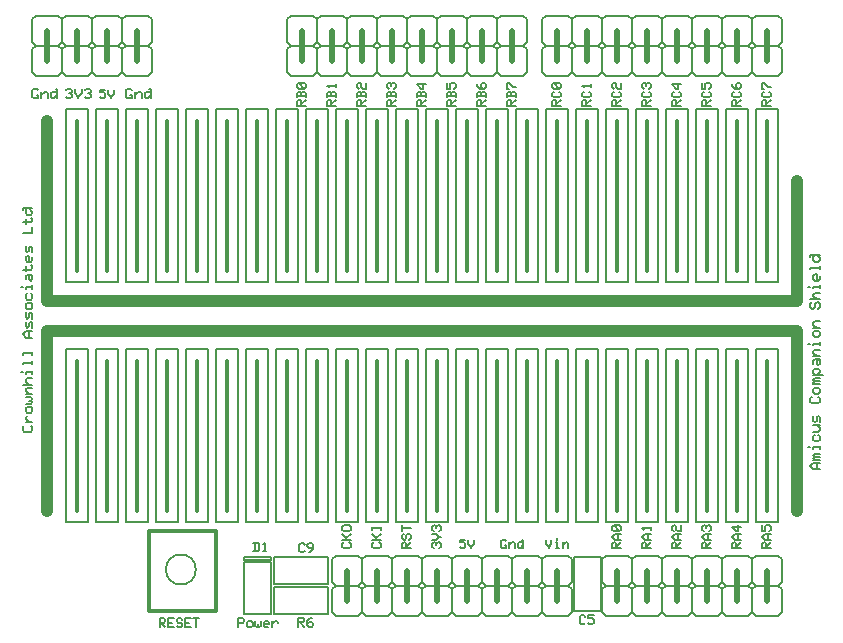
<source format=gbr>
G04 GERBER ASCII OUTPUT FROM: EDWINXP (VER. 1.61 REV. 20080915)*
G04 GERBER FORMAT: RX-274-X*
G04 BOARD: AMICUS - SOLDERBOARD*
G04 ARTWORK OF COMP.PRINT POSITIVE*
%ASAXBY*%
%FSLAX23Y23*%
%MIA0B0*%
%MOIN*%
%OFA0.0000B0.0000*%
%SFA1B1*%
%IJA0B0*%
%INLAYER0POS*%
%IOA0B0*%
%IPPOS*%
%IR0*%
G04 APERTURE MACROS*
%AMEDWDONUT*
1,1,$1,$2,$3*
1,0,$4,$2,$3*
%
%AMEDWFRECT*
20,1,$1,$2,$3,$4,$5,$6*
%
%AMEDWORECT*
20,1,$1,$2,$3,$4,$5,$10*
20,1,$1,$4,$5,$6,$7,$10*
20,1,$1,$6,$7,$8,$9,$10*
20,1,$1,$8,$9,$2,$3,$10*
1,1,$1,$2,$3*
1,1,$1,$4,$5*
1,1,$1,$6,$7*
1,1,$1,$8,$9*
%
%AMEDWLINER*
20,1,$1,$2,$3,$4,$5,$6*
1,1,$1,$2,$3*
1,1,$1,$4,$5*
%
%AMEDWFTRNG*
4,1,3,$1,$2,$3,$4,$5,$6,$7,$8,$9*
%
%AMEDWATRNG*
4,1,3,$1,$2,$3,$4,$5,$6,$7,$8,$9*
20,1,$11,$1,$2,$3,$4,$10*
20,1,$11,$3,$4,$5,$6,$10*
20,1,$11,$5,$6,$7,$8,$10*
1,1,$11,$3,$4*
1,1,$11,$5,$6*
1,1,$11,$7,$8*
%
%AMEDWOTRNG*
20,1,$1,$2,$3,$4,$5,$8*
20,1,$1,$4,$5,$6,$7,$8*
20,1,$1,$6,$7,$2,$3,$8*
1,1,$1,$2,$3*
1,1,$1,$4,$5*
1,1,$1,$6,$7*
%
G04*
G04 APERTURE LIST*
%ADD10R,0.0700X0.0650*%
%ADD11R,0.0940X0.0890*%
%ADD12R,0.0600X0.0550*%
%ADD13R,0.0840X0.0790*%
%ADD14R,0.0650X0.0700*%
%ADD15R,0.0890X0.0940*%
%ADD16R,0.0550X0.0600*%
%ADD17R,0.0790X0.0840*%
%ADD18R,0.0860X0.0860*%
%ADD19R,0.1100X0.1100*%
%ADD20R,0.0700X0.0700*%
%ADD21R,0.0940X0.0940*%
%ADD22C,0.00039*%
%ADD24C,0.0010*%
%ADD26C,0.00118*%
%ADD28C,0.0020*%
%ADD29R,0.0020X0.0020*%
%ADD30C,0.0030*%
%ADD31R,0.0030X0.0030*%
%ADD32C,0.0040*%
%ADD33R,0.0040X0.0040*%
%ADD34C,0.00472*%
%ADD36C,0.0050*%
%ADD37R,0.0050X0.0050*%
%ADD38C,0.00512*%
%ADD39R,0.00512X0.00512*%
%ADD40C,0.00551*%
%ADD41R,0.00551X0.00551*%
%ADD42C,0.00591*%
%ADD43R,0.00591X0.00591*%
%ADD44C,0.00659*%
%ADD45R,0.00659X0.00659*%
%ADD46C,0.00787*%
%ADD47R,0.00787X0.00787*%
%ADD48C,0.00799*%
%ADD50C,0.0080*%
%ADD52C,0.00984*%
%ADD53R,0.00984X0.00984*%
%ADD54C,0.0100*%
%ADD56C,0.0120*%
%ADD58C,0.0130*%
%ADD59R,0.0130X0.0130*%
%ADD60C,0.0150*%
%ADD61R,0.0150X0.0150*%
%ADD62C,0.01575*%
%ADD64C,0.0160*%
%ADD66C,0.01969*%
%ADD67R,0.01969X0.01969*%
%ADD68C,0.0200*%
%ADD69R,0.0200X0.0200*%
%ADD70C,0.0240*%
%ADD71R,0.0240X0.0240*%
%ADD72C,0.0250*%
%ADD73R,0.0250X0.0250*%
%ADD74C,0.0290*%
%ADD76C,0.02951*%
%ADD77R,0.02951X0.02951*%
%ADD78C,0.02991*%
%ADD79R,0.02991X0.02991*%
%ADD80C,0.0300*%
%ADD81R,0.0300X0.0300*%
%ADD82C,0.03059*%
%ADD83R,0.03059X0.03059*%
%ADD84C,0.03199*%
%ADD85R,0.03199X0.03199*%
%ADD86C,0.0320*%
%ADD87R,0.0320X0.0320*%
%ADD88C,0.0350*%
%ADD89R,0.0350X0.0350*%
%ADD90C,0.0360*%
%ADD92C,0.0370*%
%ADD93R,0.0370X0.0370*%
%ADD94C,0.0390*%
%ADD95R,0.0390X0.0390*%
%ADD96C,0.03937*%
%ADD97R,0.03937X0.03937*%
%ADD98C,0.03975*%
%ADD99R,0.03975X0.03975*%
%ADD100C,0.0400*%
%ADD101R,0.0400X0.0400*%
%ADD102C,0.04173*%
%ADD103R,0.04173X0.04173*%
%ADD104C,0.0440*%
%ADD105R,0.0440X0.0440*%
%ADD106C,0.0450*%
%ADD107R,0.0450X0.0450*%
%ADD108C,0.0470*%
%ADD109R,0.0470X0.0470*%
%ADD110C,0.04724*%
%ADD111R,0.04724X0.04724*%
%ADD112C,0.0490*%
%ADD113R,0.0490X0.0490*%
%ADD114C,0.0500*%
%ADD115R,0.0500X0.0500*%
%ADD116C,0.05118*%
%ADD117R,0.05118X0.05118*%
%ADD118C,0.0540*%
%ADD119R,0.0540X0.0540*%
%ADD120C,0.0560*%
%ADD121R,0.0560X0.0560*%
%ADD122C,0.0570*%
%ADD123R,0.0570X0.0570*%
%ADD124C,0.0590*%
%ADD125R,0.0590X0.0590*%
%ADD126C,0.05906*%
%ADD127R,0.05906X0.05906*%
%ADD128C,0.0600*%
%ADD129R,0.0600X0.0600*%
%ADD130C,0.0620*%
%ADD132C,0.06201*%
%ADD134C,0.06337*%
%ADD135R,0.06337X0.06337*%
%ADD136C,0.0640*%
%ADD137R,0.0640X0.0640*%
%ADD138C,0.0650*%
%ADD139R,0.0650X0.0650*%
%ADD140C,0.06693*%
%ADD141R,0.06693X0.06693*%
%ADD142C,0.0690*%
%ADD143R,0.0690X0.0690*%
%ADD144C,0.06906*%
%ADD145R,0.06906X0.06906*%
%ADD146C,0.0700*%
%ADD147R,0.0700X0.0700*%
%ADD148C,0.0710*%
%ADD149R,0.0710X0.0710*%
%ADD150C,0.07124*%
%ADD151R,0.07124X0.07124*%
%ADD152C,0.0740*%
%ADD153R,0.0740X0.0740*%
%ADD154C,0.0750*%
%ADD155R,0.0750X0.0750*%
%ADD156C,0.07598*%
%ADD158C,0.0760*%
%ADD160C,0.07874*%
%ADD162C,0.0800*%
%ADD163R,0.0800X0.0800*%
%ADD164C,0.0810*%
%ADD165R,0.0810X0.0810*%
%ADD166C,0.08306*%
%ADD167R,0.08306X0.08306*%
%ADD168C,0.0840*%
%ADD169R,0.0840X0.0840*%
%ADD170C,0.08598*%
%ADD172C,0.0860*%
%ADD173R,0.0860X0.0860*%
%ADD174C,0.08601*%
%ADD176C,0.0870*%
%ADD177R,0.0870X0.0870*%
%ADD178C,0.0890*%
%ADD179R,0.0890X0.0890*%
%ADD180C,0.0900*%
%ADD181R,0.0900X0.0900*%
%ADD182C,0.09093*%
%ADD183R,0.09093X0.09093*%
%ADD184C,0.0940*%
%ADD185R,0.0940X0.0940*%
%ADD186C,0.0970*%
%ADD187R,0.0970X0.0970*%
%ADD188C,0.09843*%
%ADD189R,0.09843X0.09843*%
%ADD190C,0.0990*%
%ADD191R,0.0990X0.0990*%
%ADD192C,0.09998*%
%ADD194C,0.1000*%
%ADD195R,0.1000X0.1000*%
%ADD196C,0.10274*%
%ADD198C,0.1040*%
%ADD199R,0.1040X0.1040*%
%ADD200C,0.10998*%
%ADD202C,0.1100*%
%ADD203R,0.1100X0.1100*%
%ADD204C,0.1110*%
%ADD205R,0.1110X0.1110*%
%ADD206C,0.1120*%
%ADD207R,0.1120X0.1120*%
%ADD208C,0.1140*%
%ADD209R,0.1140X0.1140*%
%ADD210C,0.1150*%
%ADD211R,0.1150X0.1150*%
%ADD212C,0.1200*%
%ADD213R,0.1200X0.1200*%
%ADD214C,0.1210*%
%ADD215R,0.1210X0.1210*%
%ADD216C,0.1240*%
%ADD217R,0.1240X0.1240*%
%ADD218C,0.1250*%
%ADD219R,0.1250X0.1250*%
%ADD220C,0.12992*%
%ADD221R,0.12992X0.12992*%
%ADD222C,0.1300*%
%ADD223R,0.1300X0.1300*%
%ADD224C,0.1340*%
%ADD225R,0.1340X0.1340*%
%ADD226C,0.1390*%
%ADD227R,0.1390X0.1390*%
%ADD228C,0.1420*%
%ADD229R,0.1420X0.1420*%
%ADD230C,0.1440*%
%ADD231R,0.1440X0.1440*%
%ADD232C,0.1490*%
%ADD233R,0.1490X0.1490*%
%ADD234C,0.1520*%
%ADD235R,0.1520X0.1520*%
%ADD236C,0.15374*%
%ADD237R,0.15374X0.15374*%
%ADD238C,0.1540*%
%ADD239R,0.1540X0.1540*%
%ADD240C,0.1660*%
%ADD241R,0.1660X0.1660*%
%ADD242C,0.17323*%
%ADD244C,0.1760*%
%ADD245R,0.1760X0.1760*%
%ADD246C,0.17774*%
%ADD247R,0.17774X0.17774*%
%ADD248C,0.18504*%
%ADD250C,0.18898*%
%ADD252C,0.20904*%
%ADD254C,0.2126*%
%ADD256C,0.21298*%
%ADD258C,0.22835*%
%ADD261R,0.23622X0.23622*%
%ADD263R,0.24937X0.24937*%
%ADD265R,0.26022X0.26022*%
%ADD267R,0.27337X0.27337*%
%ADD269R,0.31496X0.31496*%
%ADD271R,0.32811X0.32811*%
%ADD273R,0.33896X0.33896*%
%ADD275R,0.35211X0.35211*%
%ADD276C,0.45211*%
%ADD277R,0.45211X0.45211*%
%ADD278C,0.55211*%
%ADD279R,0.55211X0.55211*%
%ADD280C,0.65211*%
%ADD281R,0.65211X0.65211*%
%ADD282C,0.75211*%
%ADD283R,0.75211X0.75211*%
%ADD284C,0.85211*%
%ADD285R,0.85211X0.85211*%
%ADD286C,0.95211*%
%ADD287R,0.95211X0.95211*%
%ADD288C,1.05211*%
%ADD289R,1.05211X1.05211*%
%ADD290C,1.15211*%
%ADD291R,1.15211X1.15211*%
%ADD292C,1.25211*%
%ADD293R,1.25211X1.25211*%
%ADD294C,1.35211*%
%ADD295R,1.35211X1.35211*%
%ADD296C,1.45211*%
%ADD297R,1.45211X1.45211*%
%ADD298C,1.55211*%
%ADD299R,1.55211X1.55211*%
%ADD300C,1.65211*%
%ADD301R,1.65211X1.65211*%
%ADD302C,1.75211*%
%ADD303R,1.75211X1.75211*%
%ADD304C,1.85211*%
%ADD305R,1.85211X1.85211*%
%ADD306C,1.95211*%
%ADD307R,1.95211X1.95211*%
G04*
D36* 
X1250Y163D02*
X1250Y238D01*
X1263Y250D02*
X1338Y250D01*
X1350Y238D02*
X1350Y163D01*
X1263Y150D02*
X1338Y150D01*
X1350Y163D01*
X1350Y238D02*
X1338Y250D01*
X1263Y250D02*
X1250Y238D01*
X1250Y163D02*
X1263Y150D01*
X1450Y238D02*
X1450Y163D01*
X1550Y238D02*
X1550Y163D01*
X1650Y238D02*
X1650Y163D01*
X1750Y238D02*
X1750Y163D01*
X1850Y238D02*
X1850Y163D01*
X1363Y250D02*
X1438Y250D01*
X1463Y250D02*
X1538Y250D01*
X1463Y150D02*
X1538Y150D01*
X1363Y150D02*
X1438Y150D01*
X1563Y150D02*
X1638Y150D01*
X1563Y250D02*
X1638Y250D01*
X1663Y250D02*
X1738Y250D01*
X1663Y150D02*
X1738Y150D01*
X1763Y150D02*
X1838Y150D01*
X1763Y250D02*
X1838Y250D01*
X1363Y250D02*
X1350Y238D01*
X1463Y250D02*
X1450Y238D01*
X1563Y250D02*
X1550Y238D01*
X1663Y250D02*
X1650Y238D01*
X1550Y163D02*
X1538Y150D01*
X1450Y163D02*
X1438Y150D01*
X1650Y163D02*
X1638Y150D01*
X1750Y163D02*
X1738Y150D01*
X1763Y250D02*
X1750Y238D01*
X1850Y163D02*
X1838Y150D01*
X1838Y250D02*
X1850Y238D01*
X1750Y163D02*
X1763Y150D01*
X1738Y250D02*
X1750Y238D01*
X1650Y163D02*
X1663Y150D01*
X1638Y250D02*
X1650Y238D01*
X1538Y250D02*
X1550Y238D01*
X1550Y163D02*
X1563Y150D01*
X1450Y163D02*
X1463Y150D01*
X1438Y250D02*
X1450Y238D01*
X1350Y163D02*
X1363Y150D01*
X1750Y1863D02*
X1750Y1938D01*
X1763Y1950D02*
X1838Y1950D01*
X1850Y1938D02*
X1850Y1863D01*
X1763Y1850D02*
X1838Y1850D01*
X1850Y1863D01*
X1850Y1938D02*
X1838Y1950D01*
X1763Y1950D02*
X1750Y1938D01*
X1750Y1863D02*
X1763Y1850D01*
X1950Y1938D02*
X1950Y1863D01*
X2050Y1938D02*
X2050Y1863D01*
X2150Y1938D02*
X2150Y1863D01*
X2250Y1938D02*
X2250Y1863D01*
X2350Y1938D02*
X2350Y1863D01*
X2450Y1938D02*
X2450Y1863D01*
X2550Y1938D02*
X2550Y1863D01*
X1863Y1950D02*
X1938Y1950D01*
X1963Y1950D02*
X2038Y1950D01*
X1963Y1850D02*
X2038Y1850D01*
X1863Y1850D02*
X1938Y1850D01*
X2063Y1850D02*
X2138Y1850D01*
X2063Y1950D02*
X2138Y1950D01*
X2163Y1950D02*
X2238Y1950D01*
X2163Y1850D02*
X2238Y1850D01*
X2263Y1850D02*
X2338Y1850D01*
X2263Y1950D02*
X2338Y1950D01*
X2363Y1950D02*
X2438Y1950D01*
X2363Y1850D02*
X2438Y1850D01*
X2463Y1850D02*
X2538Y1850D01*
X2463Y1950D02*
X2538Y1950D01*
X1863Y1950D02*
X1850Y1938D01*
X1963Y1950D02*
X1950Y1938D01*
X2063Y1950D02*
X2050Y1938D01*
X2163Y1950D02*
X2150Y1938D01*
X2050Y1863D02*
X2038Y1850D01*
X1950Y1863D02*
X1938Y1850D01*
X2150Y1863D02*
X2138Y1850D01*
X2250Y1863D02*
X2238Y1850D01*
X2263Y1950D02*
X2250Y1938D01*
X2350Y1863D02*
X2338Y1850D01*
X2363Y1950D02*
X2350Y1938D01*
X2463Y1950D02*
X2450Y1938D01*
X2550Y1863D02*
X2538Y1850D01*
X2450Y1863D02*
X2438Y1850D01*
X2438Y1950D02*
X2450Y1938D01*
X2450Y1863D02*
X2463Y1850D01*
X2538Y1950D02*
X2550Y1938D01*
X2338Y1950D02*
X2350Y1938D01*
X2350Y1863D02*
X2363Y1850D01*
X2250Y1863D02*
X2263Y1850D01*
X2238Y1950D02*
X2250Y1938D01*
X2150Y1863D02*
X2163Y1850D01*
X2138Y1950D02*
X2150Y1938D01*
X2038Y1950D02*
X2050Y1938D01*
X2050Y1863D02*
X2063Y1850D01*
X1950Y1863D02*
X1963Y1850D01*
X1938Y1950D02*
X1950Y1938D01*
X1850Y1863D02*
X1863Y1850D01*
X900Y1863D02*
X900Y1938D01*
X913Y1950D02*
X988Y1950D01*
X1000Y1938D02*
X1000Y1863D01*
X913Y1850D02*
X988Y1850D01*
X1000Y1863D01*
X1000Y1938D02*
X988Y1950D01*
X913Y1950D02*
X900Y1938D01*
X900Y1863D02*
X913Y1850D01*
X1100Y1938D02*
X1100Y1863D01*
X1200Y1938D02*
X1200Y1863D01*
X1300Y1938D02*
X1300Y1863D01*
X1400Y1938D02*
X1400Y1863D01*
X1500Y1938D02*
X1500Y1863D01*
X1600Y1938D02*
X1600Y1863D01*
X1700Y1938D02*
X1700Y1863D01*
X1013Y1950D02*
X1088Y1950D01*
X1113Y1950D02*
X1188Y1950D01*
X1113Y1850D02*
X1188Y1850D01*
X1013Y1850D02*
X1088Y1850D01*
X1213Y1850D02*
X1288Y1850D01*
X1213Y1950D02*
X1288Y1950D01*
X1313Y1950D02*
X1388Y1950D01*
X1313Y1850D02*
X1388Y1850D01*
X1413Y1850D02*
X1488Y1850D01*
X1413Y1950D02*
X1488Y1950D01*
X1513Y1950D02*
X1588Y1950D01*
X1513Y1850D02*
X1588Y1850D01*
X1613Y1850D02*
X1688Y1850D01*
X1613Y1950D02*
X1688Y1950D01*
X1013Y1950D02*
X1000Y1938D01*
X1113Y1950D02*
X1100Y1938D01*
X1213Y1950D02*
X1200Y1938D01*
X1313Y1950D02*
X1300Y1938D01*
X1200Y1863D02*
X1188Y1850D01*
X1100Y1863D02*
X1088Y1850D01*
X1300Y1863D02*
X1288Y1850D01*
X1400Y1863D02*
X1388Y1850D01*
X1413Y1950D02*
X1400Y1938D01*
X1500Y1863D02*
X1488Y1850D01*
X1513Y1950D02*
X1500Y1938D01*
X1613Y1950D02*
X1600Y1938D01*
X1700Y1863D02*
X1688Y1850D01*
X1600Y1863D02*
X1588Y1850D01*
X1588Y1950D02*
X1600Y1938D01*
X1600Y1863D02*
X1613Y1850D01*
X1688Y1950D02*
X1700Y1938D01*
X1488Y1950D02*
X1500Y1938D01*
X1500Y1863D02*
X1513Y1850D01*
X1400Y1863D02*
X1413Y1850D01*
X1388Y1950D02*
X1400Y1938D01*
X1300Y1863D02*
X1313Y1850D01*
X1288Y1950D02*
X1300Y1938D01*
X1188Y1950D02*
X1200Y1938D01*
X1200Y1863D02*
X1213Y1850D01*
X1100Y1863D02*
X1113Y1850D01*
X1088Y1950D02*
X1100Y1938D01*
X1000Y1863D02*
X1013Y1850D01*
X1950Y163D02*
X1950Y238D01*
X1963Y250D02*
X2038Y250D01*
X2050Y238D02*
X2050Y163D01*
X1963Y150D02*
X2038Y150D01*
X2050Y163D01*
X2050Y238D02*
X2038Y250D01*
X1963Y250D02*
X1950Y238D01*
X1950Y163D02*
X1963Y150D01*
X2150Y238D02*
X2150Y163D01*
X2250Y238D02*
X2250Y163D01*
X2350Y238D02*
X2350Y163D01*
X2450Y238D02*
X2450Y163D01*
X2550Y238D02*
X2550Y163D01*
X2063Y250D02*
X2138Y250D01*
X2163Y250D02*
X2238Y250D01*
X2163Y150D02*
X2238Y150D01*
X2063Y150D02*
X2138Y150D01*
X2263Y150D02*
X2338Y150D01*
X2263Y250D02*
X2338Y250D01*
X2363Y250D02*
X2438Y250D01*
X2363Y150D02*
X2438Y150D01*
X2463Y150D02*
X2538Y150D01*
X2463Y250D02*
X2538Y250D01*
X2063Y250D02*
X2050Y238D01*
X2163Y250D02*
X2150Y238D01*
X2263Y250D02*
X2250Y238D01*
X2363Y250D02*
X2350Y238D01*
X2250Y163D02*
X2238Y150D01*
X2150Y163D02*
X2138Y150D01*
X2350Y163D02*
X2338Y150D01*
X2450Y163D02*
X2438Y150D01*
X2463Y250D02*
X2450Y238D01*
X2550Y163D02*
X2538Y150D01*
X2538Y250D02*
X2550Y238D01*
X2450Y163D02*
X2463Y150D01*
X2438Y250D02*
X2450Y238D01*
X2350Y163D02*
X2363Y150D01*
X2338Y250D02*
X2350Y238D01*
X2238Y250D02*
X2250Y238D01*
X2250Y163D02*
X2263Y150D01*
X2150Y163D02*
X2163Y150D01*
X2138Y250D02*
X2150Y238D01*
X2050Y163D02*
X2063Y150D01*
X1950Y63D02*
X1950Y138D01*
X1963Y150D02*
X2038Y150D01*
X2050Y138D02*
X2050Y63D01*
X1963Y50D02*
X2038Y50D01*
X2050Y63D01*
X2050Y138D02*
X2038Y150D01*
X1963Y150D02*
X1950Y138D01*
X1950Y63D02*
X1963Y50D01*
X2150Y138D02*
X2150Y63D01*
X2250Y138D02*
X2250Y63D01*
X2350Y138D02*
X2350Y63D01*
X2450Y138D02*
X2450Y63D01*
X2550Y138D02*
X2550Y63D01*
X2063Y150D02*
X2138Y150D01*
X2163Y150D02*
X2238Y150D01*
X2163Y50D02*
X2238Y50D01*
X2063Y50D02*
X2138Y50D01*
X2263Y50D02*
X2338Y50D01*
X2263Y150D02*
X2338Y150D01*
X2363Y150D02*
X2438Y150D01*
X2363Y50D02*
X2438Y50D01*
X2463Y50D02*
X2538Y50D01*
X2463Y150D02*
X2538Y150D01*
X2063Y150D02*
X2050Y138D01*
X2163Y150D02*
X2150Y138D01*
X2263Y150D02*
X2250Y138D01*
X2363Y150D02*
X2350Y138D01*
X2250Y63D02*
X2238Y50D01*
X2150Y63D02*
X2138Y50D01*
X2350Y63D02*
X2338Y50D01*
X2450Y63D02*
X2438Y50D01*
X2463Y150D02*
X2450Y138D01*
X2550Y63D02*
X2538Y50D01*
X2538Y150D02*
X2550Y138D01*
X2450Y63D02*
X2463Y50D01*
X2438Y150D02*
X2450Y138D01*
X2350Y63D02*
X2363Y50D01*
X2338Y150D02*
X2350Y138D01*
X2238Y150D02*
X2250Y138D01*
X2250Y63D02*
X2263Y50D01*
X2150Y63D02*
X2163Y50D01*
X2138Y150D02*
X2150Y138D01*
X2050Y63D02*
X2063Y50D01*
X900Y1963D02*
X900Y2038D01*
X913Y2050D02*
X988Y2050D01*
X1000Y2038D02*
X1000Y1963D01*
X913Y1950D02*
X988Y1950D01*
X1000Y1963D01*
X1000Y2038D02*
X988Y2050D01*
X913Y2050D02*
X900Y2038D01*
X900Y1963D02*
X913Y1950D01*
X1100Y2038D02*
X1100Y1963D01*
X1200Y2038D02*
X1200Y1963D01*
X1300Y2038D02*
X1300Y1963D01*
X1400Y2038D02*
X1400Y1963D01*
X1500Y2038D02*
X1500Y1963D01*
X1600Y2038D02*
X1600Y1963D01*
X1700Y2038D02*
X1700Y1963D01*
X1013Y2050D02*
X1088Y2050D01*
X1113Y2050D02*
X1188Y2050D01*
X1113Y1950D02*
X1188Y1950D01*
X1013Y1950D02*
X1088Y1950D01*
X1213Y1950D02*
X1288Y1950D01*
X1213Y2050D02*
X1288Y2050D01*
X1313Y2050D02*
X1388Y2050D01*
X1313Y1950D02*
X1388Y1950D01*
X1413Y1950D02*
X1488Y1950D01*
X1413Y2050D02*
X1488Y2050D01*
X1513Y2050D02*
X1588Y2050D01*
X1513Y1950D02*
X1588Y1950D01*
X1613Y1950D02*
X1688Y1950D01*
X1613Y2050D02*
X1688Y2050D01*
X1013Y2050D02*
X1000Y2038D01*
X1113Y2050D02*
X1100Y2038D01*
X1213Y2050D02*
X1200Y2038D01*
X1313Y2050D02*
X1300Y2038D01*
X1200Y1963D02*
X1188Y1950D01*
X1100Y1963D02*
X1088Y1950D01*
X1300Y1963D02*
X1288Y1950D01*
X1400Y1963D02*
X1388Y1950D01*
X1413Y2050D02*
X1400Y2038D01*
X1500Y1963D02*
X1488Y1950D01*
X1513Y2050D02*
X1500Y2038D01*
X1613Y2050D02*
X1600Y2038D01*
X1700Y1963D02*
X1688Y1950D01*
X1600Y1963D02*
X1588Y1950D01*
X1588Y2050D02*
X1600Y2038D01*
X1600Y1963D02*
X1613Y1950D01*
X1688Y2050D02*
X1700Y2038D01*
X1488Y2050D02*
X1500Y2038D01*
X1500Y1963D02*
X1513Y1950D01*
X1400Y1963D02*
X1413Y1950D01*
X1388Y2050D02*
X1400Y2038D01*
X1300Y1963D02*
X1313Y1950D01*
X1288Y2050D02*
X1300Y2038D01*
X1188Y2050D02*
X1200Y2038D01*
X1200Y1963D02*
X1213Y1950D01*
X1100Y1963D02*
X1113Y1950D01*
X1088Y2050D02*
X1100Y2038D01*
X1000Y1963D02*
X1013Y1950D01*
X1250Y63D02*
X1250Y138D01*
X1263Y150D02*
X1338Y150D01*
X1350Y138D02*
X1350Y63D01*
X1263Y50D02*
X1338Y50D01*
X1350Y63D01*
X1350Y138D02*
X1338Y150D01*
X1263Y150D02*
X1250Y138D01*
X1250Y63D02*
X1263Y50D01*
X1450Y138D02*
X1450Y63D01*
X1550Y138D02*
X1550Y63D01*
X1650Y138D02*
X1650Y63D01*
X1750Y138D02*
X1750Y63D01*
X1850Y138D02*
X1850Y63D01*
X1363Y150D02*
X1438Y150D01*
X1463Y150D02*
X1538Y150D01*
X1463Y50D02*
X1538Y50D01*
X1363Y50D02*
X1438Y50D01*
X1563Y50D02*
X1638Y50D01*
X1563Y150D02*
X1638Y150D01*
X1663Y150D02*
X1738Y150D01*
X1663Y50D02*
X1738Y50D01*
X1763Y50D02*
X1838Y50D01*
X1763Y150D02*
X1838Y150D01*
X1363Y150D02*
X1350Y138D01*
X1463Y150D02*
X1450Y138D01*
X1563Y150D02*
X1550Y138D01*
X1663Y150D02*
X1650Y138D01*
X1550Y63D02*
X1538Y50D01*
X1450Y63D02*
X1438Y50D01*
X1650Y63D02*
X1638Y50D01*
X1750Y63D02*
X1738Y50D01*
X1763Y150D02*
X1750Y138D01*
X1850Y63D02*
X1838Y50D01*
X1838Y150D02*
X1850Y138D01*
X1750Y63D02*
X1763Y50D01*
X1738Y150D02*
X1750Y138D01*
X1650Y63D02*
X1663Y50D01*
X1638Y150D02*
X1650Y138D01*
X1538Y150D02*
X1550Y138D01*
X1550Y63D02*
X1563Y50D01*
X1450Y63D02*
X1463Y50D01*
X1438Y150D02*
X1450Y138D01*
X1350Y63D02*
X1363Y50D01*
X1750Y1963D02*
X1750Y2038D01*
X1763Y2050D02*
X1838Y2050D01*
X1850Y2038D02*
X1850Y1963D01*
X1763Y1950D02*
X1838Y1950D01*
X1850Y1963D01*
X1850Y2038D02*
X1838Y2050D01*
X1763Y2050D02*
X1750Y2038D01*
X1750Y1963D02*
X1763Y1950D01*
X1950Y2038D02*
X1950Y1963D01*
X2050Y2038D02*
X2050Y1963D01*
X2150Y2038D02*
X2150Y1963D01*
X2250Y2038D02*
X2250Y1963D01*
X2350Y2038D02*
X2350Y1963D01*
X2450Y2038D02*
X2450Y1963D01*
X2550Y2038D02*
X2550Y1963D01*
X1863Y2050D02*
X1938Y2050D01*
X1963Y2050D02*
X2038Y2050D01*
X1963Y1950D02*
X2038Y1950D01*
X1863Y1950D02*
X1938Y1950D01*
X2063Y1950D02*
X2138Y1950D01*
X2063Y2050D02*
X2138Y2050D01*
X2163Y2050D02*
X2238Y2050D01*
X2163Y1950D02*
X2238Y1950D01*
X2263Y1950D02*
X2338Y1950D01*
X2263Y2050D02*
X2338Y2050D01*
X2363Y2050D02*
X2438Y2050D01*
X2363Y1950D02*
X2438Y1950D01*
X2463Y1950D02*
X2538Y1950D01*
X2463Y2050D02*
X2538Y2050D01*
X1863Y2050D02*
X1850Y2038D01*
X1963Y2050D02*
X1950Y2038D01*
X2063Y2050D02*
X2050Y2038D01*
X2163Y2050D02*
X2150Y2038D01*
X2050Y1963D02*
X2038Y1950D01*
X1950Y1963D02*
X1938Y1950D01*
X2150Y1963D02*
X2138Y1950D01*
X2250Y1963D02*
X2238Y1950D01*
X2263Y2050D02*
X2250Y2038D01*
X2350Y1963D02*
X2338Y1950D01*
X2363Y2050D02*
X2350Y2038D01*
X2463Y2050D02*
X2450Y2038D01*
X2550Y1963D02*
X2538Y1950D01*
X2450Y1963D02*
X2438Y1950D01*
X2438Y2050D02*
X2450Y2038D01*
X2450Y1963D02*
X2463Y1950D01*
X2538Y2050D02*
X2550Y2038D01*
X2338Y2050D02*
X2350Y2038D01*
X2350Y1963D02*
X2363Y1950D01*
X2250Y1963D02*
X2263Y1950D01*
X2238Y2050D02*
X2250Y2038D01*
X2150Y1963D02*
X2163Y1950D01*
X2138Y2050D02*
X2150Y2038D01*
X2038Y2050D02*
X2050Y2038D01*
X2050Y1963D02*
X2063Y1950D01*
X1950Y1963D02*
X1963Y1950D01*
X1938Y2050D02*
X1950Y2038D01*
X1850Y1963D02*
X1863Y1950D01*
D50* 
X855Y55D02*
X855Y145D01*
X1035Y145D01*
X1035Y55D01*
X855Y55D01*
D36* 
X938Y13D02*
X938Y43D01*
X953Y43D01*
X958Y38D01*
X958Y33D01*
X953Y28D01*
X938Y28D01*
X943Y28D02*
X958Y13D01*
X968Y23D02*
X973Y28D01*
X983Y28D01*
X988Y23D01*
X988Y18D01*
X983Y13D01*
X973Y13D01*
X968Y18D01*
X968Y33D01*
X978Y43D01*
X983Y43D01*
D50* 
X755Y55D02*
X845Y55D01*
X845Y230D01*
X755Y230D01*
X755Y55D01*
D48* 
X846Y234D02*
X755Y234D01*
X755Y247D01*
X846Y247D01*
X846Y234D01*
D36* 
X788Y265D02*
X802Y265D01*
X806Y270D01*
X806Y289D01*
X802Y293D01*
X788Y293D01*
X792Y293D02*
X792Y265D01*
X821Y265D02*
X830Y265D01*
X825Y265D02*
X825Y293D01*
X821Y289D01*
D58* 
X662Y331D02*
X662Y67D01*
X441Y67D01*
X441Y331D01*
X662Y331D01*
D36* 
G75*
G01X596Y204D02*
G03X596Y204I-50J0D01*
G01*
D50* 
X1035Y245D02*
X1035Y155D01*
X855Y155D01*
X855Y245D01*
X1035Y245D01*
D36* 
X959Y267D02*
X954Y263D01*
X945Y263D01*
X940Y267D01*
X940Y286D01*
X945Y291D01*
X954Y291D01*
X959Y286D01*
X973Y263D02*
X978Y263D01*
X987Y272D01*
X987Y286D01*
X983Y291D01*
X973Y291D01*
X968Y286D01*
X968Y281D01*
X973Y277D01*
X983Y277D01*
X987Y281D01*
D50* 
X1945Y65D02*
X1855Y65D01*
X1855Y245D01*
X1945Y245D01*
X1945Y65D01*
D36* 
X1894Y27D02*
X1889Y23D01*
X1880Y23D01*
X1875Y27D01*
X1875Y46D01*
X1880Y51D01*
X1889Y51D01*
X1894Y46D01*
X1903Y27D02*
X1908Y23D01*
X1918Y23D01*
X1922Y27D01*
X1922Y37D01*
X1918Y41D01*
X1903Y41D01*
X1903Y51D01*
X1922Y51D01*
X50Y1963D02*
X50Y2038D01*
X63Y2050D02*
X138Y2050D01*
X150Y2038D02*
X150Y1963D01*
X63Y1950D02*
X138Y1950D01*
X150Y1963D01*
X150Y2038D02*
X138Y2050D01*
X63Y2050D02*
X50Y2038D01*
X50Y1963D02*
X63Y1950D01*
X250Y2038D02*
X250Y1963D01*
X350Y2038D02*
X350Y1963D01*
X450Y2038D02*
X450Y1963D01*
X163Y2050D02*
X238Y2050D01*
X263Y2050D02*
X338Y2050D01*
X263Y1950D02*
X338Y1950D01*
X163Y1950D02*
X238Y1950D01*
X363Y1950D02*
X438Y1950D01*
X363Y2050D02*
X438Y2050D01*
X163Y2050D02*
X150Y2038D01*
X263Y2050D02*
X250Y2038D01*
X363Y2050D02*
X350Y2038D01*
X350Y1963D02*
X338Y1950D01*
X250Y1963D02*
X238Y1950D01*
X450Y1963D02*
X438Y1950D01*
X438Y2050D02*
X450Y2038D01*
X338Y2050D02*
X350Y2038D01*
X350Y1963D02*
X363Y1950D01*
X250Y1963D02*
X263Y1950D01*
X238Y2050D02*
X250Y2038D01*
X150Y1963D02*
X163Y1950D01*
X1050Y138D02*
X1050Y63D01*
X1150Y63D02*
X1150Y138D01*
X1250Y63D02*
X1250Y138D01*
X1238Y50D02*
X1163Y50D01*
X1238Y150D02*
X1163Y150D01*
X1138Y150D02*
X1063Y150D01*
X1138Y50D02*
X1063Y50D01*
X1050Y63D01*
X1163Y50D02*
X1150Y63D01*
X1150Y138D02*
X1138Y150D01*
X1250Y138D02*
X1238Y150D01*
X1250Y63D02*
X1238Y50D01*
X1150Y63D02*
X1138Y50D01*
X1163Y150D02*
X1150Y138D01*
X1063Y150D02*
X1050Y138D01*
X1050Y238D02*
X1050Y163D01*
X1150Y163D02*
X1150Y238D01*
X1250Y163D02*
X1250Y238D01*
X1238Y150D02*
X1163Y150D01*
X1238Y250D02*
X1163Y250D01*
X1138Y250D02*
X1063Y250D01*
X1138Y150D02*
X1063Y150D01*
X1050Y163D01*
X1163Y150D02*
X1150Y163D01*
X1150Y238D02*
X1138Y250D01*
X1250Y238D02*
X1238Y250D01*
X1250Y163D02*
X1238Y150D01*
X1150Y163D02*
X1138Y150D01*
X1163Y250D02*
X1150Y238D01*
X1063Y250D02*
X1050Y238D01*
X50Y1863D02*
X50Y1938D01*
X63Y1950D02*
X138Y1950D01*
X150Y1938D02*
X150Y1863D01*
X63Y1850D02*
X138Y1850D01*
X150Y1863D01*
X150Y1938D02*
X138Y1950D01*
X63Y1950D02*
X50Y1938D01*
X50Y1863D02*
X63Y1850D01*
X250Y1938D02*
X250Y1863D01*
X350Y1938D02*
X350Y1863D01*
X450Y1938D02*
X450Y1863D01*
X163Y1950D02*
X238Y1950D01*
X263Y1950D02*
X338Y1950D01*
X263Y1850D02*
X338Y1850D01*
X163Y1850D02*
X238Y1850D01*
X363Y1850D02*
X438Y1850D01*
X363Y1950D02*
X438Y1950D01*
X163Y1950D02*
X150Y1938D01*
X263Y1950D02*
X250Y1938D01*
X363Y1950D02*
X350Y1938D01*
X350Y1863D02*
X338Y1850D01*
X250Y1863D02*
X238Y1850D01*
X450Y1863D02*
X438Y1850D01*
X438Y1950D02*
X450Y1938D01*
X338Y1950D02*
X350Y1938D01*
X350Y1863D02*
X363Y1850D01*
X250Y1863D02*
X263Y1850D01*
X238Y1950D02*
X250Y1938D01*
X150Y1863D02*
X163Y1850D01*
D100*
X100Y1000D02*
X2600Y1000D01*
D58* 
X1100Y900D02*
X1100Y400D01*
X1200Y900D02*
X1200Y400D01*
X1300Y900D02*
X1300Y400D01*
X1400Y900D02*
X1400Y400D01*
X1500Y900D02*
X1500Y400D01*
X1600Y900D02*
X1600Y400D01*
X1700Y900D02*
X1700Y400D01*
X1800Y900D02*
X1800Y400D01*
X1900Y900D02*
X1900Y400D01*
X2000Y900D02*
X2000Y400D01*
X2100Y900D02*
X2100Y400D01*
X2200Y900D02*
X2200Y400D01*
X1000Y900D02*
X1000Y400D01*
D100*
X100Y1100D02*
X2600Y1100D01*
D58* 
X600Y900D02*
X600Y400D01*
X700Y900D02*
X700Y400D01*
X800Y900D02*
X800Y400D01*
X500Y900D02*
X500Y400D01*
D100*
X100Y1100D02*
X100Y1700D01*
X100Y1000D02*
X100Y400D01*
D58* 
X900Y900D02*
X900Y400D01*
X400Y900D02*
X400Y400D01*
D36* 
X263Y1738D02*
X263Y1163D01*
X338Y1163D01*
X338Y1738D01*
X263Y1738D01*
X363Y1738D02*
X363Y1163D01*
X438Y1163D01*
X438Y1738D01*
X363Y1738D01*
X463Y1738D02*
X463Y1163D01*
X538Y1163D01*
X538Y1738D01*
X463Y1738D01*
X563Y1738D02*
X563Y1163D01*
X638Y1163D01*
X638Y1738D01*
X563Y1738D01*
X663Y1738D02*
X663Y1163D01*
X738Y1163D01*
X738Y1738D01*
X663Y1738D01*
X763Y1738D02*
X763Y1163D01*
X838Y1163D01*
X838Y1738D01*
X763Y1738D01*
X863Y1738D02*
X863Y1163D01*
X938Y1163D01*
X938Y1738D01*
X863Y1738D01*
X963Y1738D02*
X963Y1163D01*
X1038Y1163D01*
X1038Y1738D01*
X963Y1738D01*
X1063Y1738D02*
X1063Y1163D01*
X1138Y1163D01*
X1138Y1738D01*
X1063Y1738D01*
X1163Y1738D02*
X1163Y1163D01*
X1238Y1163D01*
X1238Y1738D01*
X1163Y1738D01*
X1263Y1738D02*
X1263Y1163D01*
X1338Y1163D01*
X1338Y1738D01*
X1263Y1738D01*
X1363Y1738D02*
X1363Y1163D01*
X1438Y1163D01*
X1438Y1738D01*
X1363Y1738D01*
X1463Y1738D02*
X1463Y1163D01*
X1538Y1163D01*
X1538Y1738D01*
X1463Y1738D01*
X1563Y1738D02*
X1563Y1163D01*
X1638Y1163D01*
X1638Y1738D01*
X1563Y1738D01*
X1663Y1738D02*
X1663Y1163D01*
X1738Y1163D01*
X1738Y1738D01*
X1663Y1738D01*
X1763Y1738D02*
X1763Y1163D01*
X1838Y1163D01*
X1838Y1738D01*
X1763Y1738D01*
X1863Y1738D02*
X1863Y1163D01*
X1938Y1163D01*
X1938Y1738D01*
X1863Y1738D01*
X1963Y1738D02*
X1963Y1163D01*
X2038Y1163D01*
X2038Y1738D01*
X1963Y1738D01*
X2063Y1738D02*
X2063Y1163D01*
X2138Y1163D01*
X2138Y1738D01*
X2063Y1738D01*
X2163Y1738D02*
X2163Y1163D01*
X2238Y1163D01*
X2238Y1738D01*
X2163Y1738D01*
X2263Y1738D02*
X2263Y1163D01*
X2338Y1163D01*
X2338Y1738D01*
X2263Y1738D01*
X2263Y938D02*
X2263Y363D01*
X2338Y363D01*
X2338Y938D01*
X2263Y938D01*
X2163Y938D02*
X2163Y363D01*
X2238Y363D01*
X2238Y938D01*
X2163Y938D01*
X2063Y938D02*
X2063Y363D01*
X2138Y363D01*
X2138Y938D01*
X2063Y938D01*
X1963Y938D02*
X1963Y363D01*
X2038Y363D01*
X2038Y938D01*
X1963Y938D01*
X1863Y938D02*
X1863Y363D01*
X1938Y363D01*
X1938Y938D01*
X1863Y938D01*
X1763Y938D02*
X1763Y363D01*
X1838Y363D01*
X1838Y938D01*
X1763Y938D01*
X1663Y938D02*
X1663Y363D01*
X1738Y363D01*
X1738Y938D01*
X1663Y938D01*
X1563Y938D02*
X1563Y363D01*
X1638Y363D01*
X1638Y938D01*
X1563Y938D01*
X1463Y938D02*
X1463Y363D01*
X1538Y363D01*
X1538Y938D01*
X1463Y938D01*
X1363Y938D02*
X1363Y363D01*
X1438Y363D01*
X1438Y938D01*
X1363Y938D01*
X1263Y938D02*
X1263Y363D01*
X1338Y363D01*
X1338Y938D01*
X1263Y938D01*
X1163Y938D02*
X1163Y363D01*
X1238Y363D01*
X1238Y938D01*
X1163Y938D01*
X1063Y938D02*
X1063Y363D01*
X1138Y363D01*
X1138Y938D01*
X1063Y938D01*
X963Y938D02*
X963Y363D01*
X1038Y363D01*
X1038Y938D01*
X963Y938D01*
X863Y938D02*
X863Y363D01*
X938Y363D01*
X938Y938D01*
X863Y938D01*
X763Y938D02*
X763Y363D01*
X838Y363D01*
X838Y938D01*
X763Y938D01*
X663Y938D02*
X663Y363D01*
X738Y363D01*
X738Y938D01*
X663Y938D01*
X563Y938D02*
X563Y363D01*
X638Y363D01*
X638Y938D01*
X563Y938D01*
X463Y938D02*
X463Y363D01*
X538Y363D01*
X538Y938D01*
X463Y938D01*
X363Y938D02*
X363Y363D01*
X438Y363D01*
X438Y938D01*
X363Y938D01*
X263Y938D02*
X263Y363D01*
X338Y363D01*
X338Y938D01*
X263Y938D01*
D68* 
X950Y2000D02*
X950Y1900D01*
X1050Y2000D02*
X1050Y1900D01*
X1150Y2000D02*
X1150Y1900D01*
X1250Y2000D02*
X1250Y1900D01*
X1350Y2000D02*
X1350Y1900D01*
X1450Y2000D02*
X1450Y1900D01*
X1550Y2000D02*
X1550Y1900D01*
X1650Y2000D02*
X1650Y1900D01*
X1800Y2000D02*
X1800Y1900D01*
X1900Y2000D02*
X1900Y1900D01*
X2000Y2000D02*
X2000Y1900D01*
X2100Y2000D02*
X2100Y1900D01*
X2200Y2000D02*
X2200Y1900D01*
X2300Y2000D02*
X2300Y1900D01*
X2400Y2000D02*
X2400Y1900D01*
X2500Y2000D02*
X2500Y1900D01*
X2500Y200D02*
X2500Y100D01*
X2400Y200D02*
X2400Y100D01*
X2300Y200D02*
X2300Y100D01*
X2200Y200D02*
X2200Y100D01*
X2100Y200D02*
X2100Y100D01*
X2000Y200D02*
X2000Y100D01*
X1800Y200D02*
X1800Y100D01*
X1700Y200D02*
X1700Y100D01*
X1600Y200D02*
X1600Y100D01*
X1500Y200D02*
X1500Y100D01*
X1400Y200D02*
X1400Y100D01*
X1300Y200D02*
X1300Y100D01*
D36* 
X163Y1738D02*
X163Y1163D01*
X238Y1163D01*
X238Y1738D01*
X163Y1738D01*
X163Y938D02*
X163Y363D01*
X238Y363D01*
X238Y938D01*
X163Y938D01*
D58* 
X300Y900D02*
X300Y400D01*
X200Y900D02*
X200Y400D01*
D36* 
X2363Y1738D02*
X2363Y1163D01*
X2438Y1163D01*
X2438Y1738D01*
X2363Y1738D01*
X2463Y1738D02*
X2463Y1163D01*
X2538Y1163D01*
X2538Y1738D01*
X2463Y1738D01*
X2363Y938D02*
X2363Y363D01*
X2438Y363D01*
X2438Y938D01*
X2363Y938D01*
X2463Y938D02*
X2463Y363D01*
X2538Y363D01*
X2538Y938D01*
X2463Y938D01*
D58* 
X2300Y900D02*
X2300Y400D01*
X2400Y900D02*
X2400Y400D01*
X2500Y900D02*
X2500Y400D01*
D100*
X2600Y1500D02*
X2600Y1100D01*
X2600Y400D02*
X2600Y1000D01*
D58* 
X200Y1700D02*
X200Y1200D01*
X300Y1700D02*
X300Y1200D01*
X400Y1700D02*
X400Y1200D01*
X500Y1700D02*
X500Y1200D01*
X600Y1700D02*
X600Y1200D01*
X700Y1700D02*
X700Y1200D01*
X800Y1700D02*
X800Y1200D01*
X900Y1700D02*
X900Y1200D01*
X1000Y1700D02*
X1000Y1200D01*
X1100Y1700D02*
X1100Y1200D01*
X1200Y1700D02*
X1200Y1200D01*
X1300Y1700D02*
X1300Y1200D01*
X1400Y1700D02*
X1400Y1200D01*
X1500Y1700D02*
X1500Y1200D01*
X1600Y1700D02*
X1600Y1200D01*
X1700Y1700D02*
X1700Y1200D01*
X1800Y1700D02*
X1800Y1200D01*
X1900Y1700D02*
X1900Y1200D01*
X2000Y1700D02*
X2000Y1200D01*
X2100Y1700D02*
X2100Y1200D01*
X2200Y1700D02*
X2200Y1200D01*
X2300Y1700D02*
X2300Y1200D01*
X2400Y1700D02*
X2400Y1200D01*
X2500Y1700D02*
X2500Y1200D01*
D68* 
X200Y2000D02*
X200Y1900D01*
X300Y2000D02*
X300Y1900D01*
X400Y2000D02*
X400Y1900D01*
X100Y2000D02*
X100Y1900D01*
X1200Y200D02*
X1200Y100D01*
X1100Y200D02*
X1100Y100D01*
D42* 
X1389Y275D02*
X1384Y280D01*
X1384Y289D01*
X1389Y294D01*
X1394Y294D01*
X1398Y289D01*
X1398Y284D01*
X1398Y289D02*
X1403Y294D01*
X1408Y294D01*
X1413Y289D01*
X1413Y280D01*
X1408Y275D01*
X1384Y303D02*
X1398Y303D01*
X1408Y313D01*
X1413Y313D01*
X1408Y313D02*
X1398Y322D01*
X1384Y322D01*
X1389Y332D02*
X1384Y336D01*
X1384Y346D01*
X1389Y351D01*
X1394Y351D01*
X1398Y346D01*
X1398Y341D01*
X1398Y346D02*
X1403Y351D01*
X1408Y351D01*
X1413Y346D01*
X1413Y336D01*
X1408Y332D01*
X1475Y280D02*
X1480Y275D01*
X1489Y275D01*
X1494Y280D01*
X1494Y289D01*
X1489Y294D01*
X1475Y294D01*
X1475Y303D01*
X1494Y303D01*
X1503Y303D02*
X1503Y289D01*
X1513Y280D01*
X1513Y275D01*
X1513Y280D02*
X1522Y289D01*
X1522Y303D01*
X1631Y299D02*
X1627Y303D01*
X1617Y303D01*
X1613Y299D01*
X1613Y280D01*
X1617Y275D01*
X1631Y275D01*
X1631Y284D01*
X1627Y284D01*
X1641Y275D02*
X1641Y294D01*
X1641Y284D02*
X1650Y294D01*
X1655Y294D01*
X1660Y289D01*
X1660Y275D01*
X1688Y284D02*
X1679Y275D01*
X1674Y275D01*
X1669Y280D01*
X1669Y289D01*
X1674Y294D01*
X1683Y294D01*
X1688Y289D01*
X1683Y303D02*
X1688Y303D01*
X1688Y275D01*
X1763Y303D02*
X1763Y289D01*
X1772Y280D01*
X1772Y275D01*
X1772Y280D02*
X1781Y289D01*
X1781Y303D01*
X1796Y275D02*
X1805Y275D01*
X1800Y275D02*
X1800Y294D01*
X1796Y294D01*
X1800Y303D02*
X1800Y308D01*
X1819Y275D02*
X1819Y294D01*
X1819Y284D02*
X1829Y294D01*
X1833Y294D01*
X1838Y289D01*
X1838Y275D01*
X963Y1750D02*
X934Y1750D01*
X934Y1764D01*
X939Y1769D01*
X944Y1769D01*
X948Y1764D01*
X948Y1750D01*
X948Y1755D02*
X963Y1769D01*
X963Y1778D02*
X963Y1793D01*
X958Y1797D01*
X953Y1797D01*
X948Y1793D01*
X948Y1783D01*
X948Y1793D02*
X944Y1797D01*
X939Y1797D01*
X934Y1793D01*
X934Y1778D01*
X934Y1783D02*
X963Y1783D01*
X958Y1807D02*
X939Y1807D01*
X934Y1811D01*
X934Y1821D01*
X939Y1826D01*
X958Y1826D01*
X963Y1821D01*
X963Y1811D01*
X958Y1807D01*
X939Y1826D01*
X1063Y1750D02*
X1034Y1750D01*
X1034Y1764D01*
X1039Y1769D01*
X1044Y1769D01*
X1048Y1764D01*
X1048Y1750D01*
X1048Y1755D02*
X1063Y1769D01*
X1063Y1778D02*
X1063Y1793D01*
X1058Y1797D01*
X1053Y1797D01*
X1048Y1793D01*
X1048Y1783D01*
X1048Y1793D02*
X1044Y1797D01*
X1039Y1797D01*
X1034Y1793D01*
X1034Y1778D01*
X1034Y1783D02*
X1063Y1783D01*
X1063Y1811D02*
X1063Y1821D01*
X1063Y1816D02*
X1034Y1816D01*
X1039Y1811D01*
X1163Y1750D02*
X1134Y1750D01*
X1134Y1764D01*
X1139Y1769D01*
X1144Y1769D01*
X1148Y1764D01*
X1148Y1750D01*
X1148Y1755D02*
X1163Y1769D01*
X1163Y1778D02*
X1163Y1793D01*
X1158Y1797D01*
X1153Y1797D01*
X1148Y1793D01*
X1148Y1783D01*
X1148Y1793D02*
X1144Y1797D01*
X1139Y1797D01*
X1134Y1793D01*
X1134Y1778D01*
X1134Y1783D02*
X1163Y1783D01*
X1139Y1807D02*
X1134Y1811D01*
X1134Y1821D01*
X1139Y1826D01*
X1144Y1826D01*
X1148Y1821D01*
X1148Y1811D01*
X1153Y1807D01*
X1163Y1807D01*
X1163Y1826D01*
X1263Y1750D02*
X1234Y1750D01*
X1234Y1764D01*
X1239Y1769D01*
X1244Y1769D01*
X1248Y1764D01*
X1248Y1750D01*
X1248Y1755D02*
X1263Y1769D01*
X1263Y1778D02*
X1263Y1793D01*
X1258Y1797D01*
X1253Y1797D01*
X1248Y1793D01*
X1248Y1783D01*
X1248Y1793D02*
X1244Y1797D01*
X1239Y1797D01*
X1234Y1793D01*
X1234Y1778D01*
X1234Y1783D02*
X1263Y1783D01*
X1239Y1807D02*
X1234Y1811D01*
X1234Y1821D01*
X1239Y1826D01*
X1244Y1826D01*
X1248Y1821D01*
X1248Y1816D01*
X1248Y1821D02*
X1253Y1826D01*
X1258Y1826D01*
X1263Y1821D01*
X1263Y1811D01*
X1258Y1807D01*
X1363Y1750D02*
X1334Y1750D01*
X1334Y1764D01*
X1339Y1769D01*
X1344Y1769D01*
X1348Y1764D01*
X1348Y1750D01*
X1348Y1755D02*
X1363Y1769D01*
X1363Y1778D02*
X1363Y1793D01*
X1358Y1797D01*
X1353Y1797D01*
X1348Y1793D01*
X1348Y1783D01*
X1348Y1793D02*
X1344Y1797D01*
X1339Y1797D01*
X1334Y1793D01*
X1334Y1778D01*
X1334Y1783D02*
X1363Y1783D01*
X1353Y1826D02*
X1353Y1807D01*
X1348Y1807D01*
X1334Y1821D01*
X1363Y1821D01*
X1463Y1750D02*
X1434Y1750D01*
X1434Y1764D01*
X1439Y1769D01*
X1444Y1769D01*
X1448Y1764D01*
X1448Y1750D01*
X1448Y1755D02*
X1463Y1769D01*
X1463Y1778D02*
X1463Y1793D01*
X1458Y1797D01*
X1453Y1797D01*
X1448Y1793D01*
X1448Y1783D01*
X1448Y1793D02*
X1444Y1797D01*
X1439Y1797D01*
X1434Y1793D01*
X1434Y1778D01*
X1434Y1783D02*
X1463Y1783D01*
X1458Y1807D02*
X1463Y1811D01*
X1463Y1821D01*
X1458Y1826D01*
X1448Y1826D01*
X1444Y1821D01*
X1444Y1807D01*
X1434Y1807D01*
X1434Y1826D01*
X1563Y1750D02*
X1534Y1750D01*
X1534Y1764D01*
X1539Y1769D01*
X1544Y1769D01*
X1548Y1764D01*
X1548Y1750D01*
X1548Y1755D02*
X1563Y1769D01*
X1563Y1778D02*
X1563Y1793D01*
X1558Y1797D01*
X1553Y1797D01*
X1548Y1793D01*
X1548Y1783D01*
X1548Y1793D02*
X1544Y1797D01*
X1539Y1797D01*
X1534Y1793D01*
X1534Y1778D01*
X1534Y1783D02*
X1563Y1783D01*
X1553Y1807D02*
X1548Y1811D01*
X1548Y1821D01*
X1553Y1826D01*
X1558Y1826D01*
X1563Y1821D01*
X1563Y1811D01*
X1558Y1807D01*
X1544Y1807D01*
X1534Y1816D01*
X1534Y1821D01*
X1663Y1750D02*
X1634Y1750D01*
X1634Y1764D01*
X1639Y1769D01*
X1644Y1769D01*
X1648Y1764D01*
X1648Y1750D01*
X1648Y1755D02*
X1663Y1769D01*
X1663Y1778D02*
X1663Y1793D01*
X1658Y1797D01*
X1653Y1797D01*
X1648Y1793D01*
X1648Y1783D01*
X1648Y1793D02*
X1644Y1797D01*
X1639Y1797D01*
X1634Y1793D01*
X1634Y1778D01*
X1634Y1783D02*
X1663Y1783D01*
X1663Y1811D02*
X1653Y1811D01*
X1639Y1826D01*
X1634Y1826D01*
X1634Y1807D01*
X1639Y1807D01*
X1813Y1750D02*
X1784Y1750D01*
X1784Y1764D01*
X1789Y1769D01*
X1794Y1769D01*
X1798Y1764D01*
X1798Y1750D01*
X1798Y1755D02*
X1813Y1769D01*
X1808Y1797D02*
X1813Y1793D01*
X1813Y1783D01*
X1808Y1778D01*
X1789Y1778D01*
X1784Y1783D01*
X1784Y1793D01*
X1789Y1797D01*
X1808Y1807D02*
X1789Y1807D01*
X1784Y1811D01*
X1784Y1821D01*
X1789Y1826D01*
X1808Y1826D01*
X1813Y1821D01*
X1813Y1811D01*
X1808Y1807D01*
X1789Y1826D01*
X1913Y1750D02*
X1884Y1750D01*
X1884Y1764D01*
X1889Y1769D01*
X1894Y1769D01*
X1898Y1764D01*
X1898Y1750D01*
X1898Y1755D02*
X1913Y1769D01*
X1908Y1797D02*
X1913Y1793D01*
X1913Y1783D01*
X1908Y1778D01*
X1889Y1778D01*
X1884Y1783D01*
X1884Y1793D01*
X1889Y1797D01*
X1913Y1811D02*
X1913Y1821D01*
X1913Y1816D02*
X1884Y1816D01*
X1889Y1811D01*
X2013Y1750D02*
X1984Y1750D01*
X1984Y1764D01*
X1989Y1769D01*
X1994Y1769D01*
X1998Y1764D01*
X1998Y1750D01*
X1998Y1755D02*
X2013Y1769D01*
X2008Y1797D02*
X2013Y1793D01*
X2013Y1783D01*
X2008Y1778D01*
X1989Y1778D01*
X1984Y1783D01*
X1984Y1793D01*
X1989Y1797D01*
X1989Y1807D02*
X1984Y1811D01*
X1984Y1821D01*
X1989Y1826D01*
X1994Y1826D01*
X1998Y1821D01*
X1998Y1811D01*
X2003Y1807D01*
X2013Y1807D01*
X2013Y1826D01*
X2113Y1750D02*
X2084Y1750D01*
X2084Y1764D01*
X2089Y1769D01*
X2094Y1769D01*
X2098Y1764D01*
X2098Y1750D01*
X2098Y1755D02*
X2113Y1769D01*
X2108Y1797D02*
X2113Y1793D01*
X2113Y1783D01*
X2108Y1778D01*
X2089Y1778D01*
X2084Y1783D01*
X2084Y1793D01*
X2089Y1797D01*
X2089Y1807D02*
X2084Y1811D01*
X2084Y1821D01*
X2089Y1826D01*
X2094Y1826D01*
X2098Y1821D01*
X2098Y1816D01*
X2098Y1821D02*
X2103Y1826D01*
X2108Y1826D01*
X2113Y1821D01*
X2113Y1811D01*
X2108Y1807D01*
X2213Y1750D02*
X2184Y1750D01*
X2184Y1764D01*
X2189Y1769D01*
X2194Y1769D01*
X2198Y1764D01*
X2198Y1750D01*
X2198Y1755D02*
X2213Y1769D01*
X2208Y1797D02*
X2213Y1793D01*
X2213Y1783D01*
X2208Y1778D01*
X2189Y1778D01*
X2184Y1783D01*
X2184Y1793D01*
X2189Y1797D01*
X2203Y1826D02*
X2203Y1807D01*
X2198Y1807D01*
X2184Y1821D01*
X2213Y1821D01*
X2313Y1750D02*
X2284Y1750D01*
X2284Y1764D01*
X2289Y1769D01*
X2294Y1769D01*
X2298Y1764D01*
X2298Y1750D01*
X2298Y1755D02*
X2313Y1769D01*
X2308Y1797D02*
X2313Y1793D01*
X2313Y1783D01*
X2308Y1778D01*
X2289Y1778D01*
X2284Y1783D01*
X2284Y1793D01*
X2289Y1797D01*
X2308Y1807D02*
X2313Y1811D01*
X2313Y1821D01*
X2308Y1826D01*
X2298Y1826D01*
X2294Y1821D01*
X2294Y1807D01*
X2284Y1807D01*
X2284Y1826D01*
X2413Y1750D02*
X2384Y1750D01*
X2384Y1764D01*
X2389Y1769D01*
X2394Y1769D01*
X2398Y1764D01*
X2398Y1750D01*
X2398Y1755D02*
X2413Y1769D01*
X2408Y1797D02*
X2413Y1793D01*
X2413Y1783D01*
X2408Y1778D01*
X2389Y1778D01*
X2384Y1783D01*
X2384Y1793D01*
X2389Y1797D01*
X2403Y1807D02*
X2398Y1811D01*
X2398Y1821D01*
X2403Y1826D01*
X2408Y1826D01*
X2413Y1821D01*
X2413Y1811D01*
X2408Y1807D01*
X2394Y1807D01*
X2384Y1816D01*
X2384Y1821D01*
X2513Y1750D02*
X2484Y1750D01*
X2484Y1764D01*
X2489Y1769D01*
X2494Y1769D01*
X2498Y1764D01*
X2498Y1750D01*
X2498Y1755D02*
X2513Y1769D01*
X2508Y1797D02*
X2513Y1793D01*
X2513Y1783D01*
X2508Y1778D01*
X2489Y1778D01*
X2484Y1783D01*
X2484Y1793D01*
X2489Y1797D01*
X2513Y1811D02*
X2503Y1811D01*
X2489Y1826D01*
X2484Y1826D01*
X2484Y1807D01*
X2489Y1807D01*
X2113Y275D02*
X2084Y275D01*
X2084Y289D01*
X2089Y294D01*
X2094Y294D01*
X2098Y289D01*
X2098Y275D01*
X2098Y280D02*
X2113Y294D01*
X2113Y303D02*
X2094Y303D01*
X2084Y313D01*
X2094Y322D01*
X2113Y322D01*
X2103Y322D02*
X2103Y303D01*
X2113Y336D02*
X2113Y346D01*
X2113Y341D02*
X2084Y341D01*
X2089Y336D01*
X2013Y275D02*
X1984Y275D01*
X1984Y289D01*
X1989Y294D01*
X1994Y294D01*
X1998Y289D01*
X1998Y275D01*
X1998Y280D02*
X2013Y294D01*
X2013Y303D02*
X1994Y303D01*
X1984Y313D01*
X1994Y322D01*
X2013Y322D01*
X2003Y322D02*
X2003Y303D01*
X2008Y332D02*
X1989Y332D01*
X1984Y336D01*
X1984Y346D01*
X1989Y351D01*
X2008Y351D01*
X2013Y346D01*
X2013Y336D01*
X2008Y332D01*
X1989Y351D01*
X2213Y275D02*
X2184Y275D01*
X2184Y289D01*
X2189Y294D01*
X2194Y294D01*
X2198Y289D01*
X2198Y275D01*
X2198Y280D02*
X2213Y294D01*
X2213Y303D02*
X2194Y303D01*
X2184Y313D01*
X2194Y322D01*
X2213Y322D01*
X2203Y322D02*
X2203Y303D01*
X2189Y332D02*
X2184Y336D01*
X2184Y346D01*
X2189Y351D01*
X2194Y351D01*
X2198Y346D01*
X2198Y336D01*
X2203Y332D01*
X2213Y332D01*
X2213Y351D01*
X2313Y275D02*
X2284Y275D01*
X2284Y289D01*
X2289Y294D01*
X2294Y294D01*
X2298Y289D01*
X2298Y275D01*
X2298Y280D02*
X2313Y294D01*
X2313Y303D02*
X2294Y303D01*
X2284Y313D01*
X2294Y322D01*
X2313Y322D01*
X2303Y322D02*
X2303Y303D01*
X2289Y332D02*
X2284Y336D01*
X2284Y346D01*
X2289Y351D01*
X2294Y351D01*
X2298Y346D01*
X2298Y341D01*
X2298Y346D02*
X2303Y351D01*
X2308Y351D01*
X2313Y346D01*
X2313Y336D01*
X2308Y332D01*
X2413Y275D02*
X2384Y275D01*
X2384Y289D01*
X2389Y294D01*
X2394Y294D01*
X2398Y289D01*
X2398Y275D01*
X2398Y280D02*
X2413Y294D01*
X2413Y303D02*
X2394Y303D01*
X2384Y313D01*
X2394Y322D01*
X2413Y322D01*
X2403Y322D02*
X2403Y303D01*
X2403Y351D02*
X2403Y332D01*
X2398Y332D01*
X2384Y346D01*
X2413Y346D01*
X2513Y275D02*
X2484Y275D01*
X2484Y289D01*
X2489Y294D01*
X2494Y294D01*
X2498Y289D01*
X2498Y275D01*
X2498Y280D02*
X2513Y294D01*
X2513Y303D02*
X2494Y303D01*
X2484Y313D01*
X2494Y322D01*
X2513Y322D01*
X2503Y322D02*
X2503Y303D01*
X2508Y332D02*
X2513Y336D01*
X2513Y346D01*
X2508Y351D01*
X2498Y351D01*
X2494Y346D01*
X2494Y332D01*
X2484Y332D01*
X2484Y351D01*
X1313Y275D02*
X1284Y275D01*
X1284Y289D01*
X1289Y294D01*
X1294Y294D01*
X1298Y289D01*
X1298Y275D01*
X1298Y280D02*
X1313Y294D01*
X1308Y303D02*
X1313Y308D01*
X1313Y318D01*
X1308Y322D01*
X1303Y322D01*
X1298Y318D01*
X1298Y308D01*
X1294Y303D01*
X1289Y303D01*
X1284Y308D01*
X1284Y318D01*
X1289Y322D01*
X1313Y341D02*
X1284Y341D01*
X1284Y332D02*
X1284Y351D01*
D40* 
X2675Y538D02*
X2654Y538D01*
X2644Y548D01*
X2654Y558D01*
X2675Y558D01*
X2665Y558D02*
X2665Y538D01*
X2675Y569D02*
X2654Y569D01*
X2659Y569D02*
X2654Y574D01*
X2659Y579D01*
X2675Y579D01*
X2659Y579D02*
X2654Y585D01*
X2659Y590D01*
X2675Y590D01*
X2675Y606D02*
X2675Y616D01*
X2675Y611D02*
X2654Y611D01*
X2654Y606D01*
X2644Y611D02*
X2638Y611D01*
X2659Y653D02*
X2654Y648D01*
X2654Y637D01*
X2659Y632D01*
X2670Y632D01*
X2675Y637D01*
X2675Y648D01*
X2670Y653D01*
X2654Y663D02*
X2670Y663D01*
X2675Y669D01*
X2675Y674D01*
X2665Y684D01*
X2654Y684D02*
X2675Y684D01*
X2675Y695D02*
X2675Y711D01*
X2670Y716D01*
X2665Y711D01*
X2665Y700D01*
X2659Y695D01*
X2654Y700D01*
X2654Y716D01*
X2670Y779D02*
X2675Y774D01*
X2675Y763D01*
X2670Y758D01*
X2649Y758D01*
X2644Y763D01*
X2644Y774D01*
X2649Y779D01*
X2670Y789D02*
X2659Y789D01*
X2654Y795D01*
X2654Y805D01*
X2659Y810D01*
X2670Y810D01*
X2675Y805D01*
X2675Y795D01*
X2670Y789D01*
X2675Y821D02*
X2654Y821D01*
X2659Y821D02*
X2654Y826D01*
X2659Y831D01*
X2675Y831D01*
X2659Y831D02*
X2654Y837D01*
X2659Y842D01*
X2675Y842D01*
X2685Y852D02*
X2654Y852D01*
X2659Y852D02*
X2654Y858D01*
X2654Y868D01*
X2659Y873D01*
X2670Y873D01*
X2675Y868D01*
X2675Y863D01*
X2665Y852D01*
X2654Y889D02*
X2654Y900D01*
X2659Y905D01*
X2675Y905D01*
X2670Y905D02*
X2675Y900D01*
X2675Y889D01*
X2670Y884D01*
X2665Y889D01*
X2665Y905D01*
X2675Y915D02*
X2654Y915D01*
X2665Y915D02*
X2654Y926D01*
X2654Y931D01*
X2659Y936D01*
X2675Y936D01*
X2675Y952D02*
X2675Y963D01*
X2675Y957D02*
X2654Y957D01*
X2654Y952D01*
X2644Y957D02*
X2638Y957D01*
X2670Y978D02*
X2659Y978D01*
X2654Y984D01*
X2654Y994D01*
X2659Y999D01*
X2670Y999D01*
X2675Y994D01*
X2675Y984D01*
X2670Y978D01*
X2675Y1010D02*
X2654Y1010D01*
X2665Y1010D02*
X2654Y1020D01*
X2654Y1026D01*
X2659Y1031D01*
X2675Y1031D01*
X2670Y1073D02*
X2675Y1078D01*
X2675Y1089D01*
X2670Y1094D01*
X2665Y1094D01*
X2659Y1089D01*
X2659Y1078D01*
X2654Y1073D01*
X2649Y1073D01*
X2644Y1078D01*
X2644Y1089D01*
X2649Y1094D01*
X2675Y1104D02*
X2644Y1104D01*
X2665Y1104D02*
X2654Y1115D01*
X2654Y1120D01*
X2659Y1125D01*
X2675Y1125D01*
X2675Y1141D02*
X2675Y1152D01*
X2675Y1146D02*
X2654Y1146D01*
X2654Y1141D01*
X2644Y1146D02*
X2638Y1146D01*
X2665Y1167D02*
X2665Y1188D01*
X2659Y1188D01*
X2654Y1183D01*
X2654Y1173D01*
X2659Y1167D01*
X2670Y1167D01*
X2675Y1173D01*
X2675Y1183D01*
X2644Y1204D02*
X2644Y1209D01*
X2675Y1209D01*
X2675Y1204D02*
X2675Y1215D01*
X2665Y1251D02*
X2675Y1241D01*
X2675Y1236D01*
X2670Y1230D01*
X2659Y1230D01*
X2654Y1236D01*
X2654Y1246D01*
X2659Y1251D01*
X2644Y1246D02*
X2644Y1251D01*
X2675Y1251D01*
D42* 
X475Y13D02*
X475Y41D01*
X489Y41D01*
X494Y36D01*
X494Y31D01*
X489Y27D01*
X475Y27D01*
X480Y27D02*
X494Y13D01*
X522Y13D02*
X503Y13D01*
X503Y41D01*
X522Y41D01*
X503Y27D02*
X518Y27D01*
X532Y17D02*
X536Y13D01*
X546Y13D01*
X551Y17D01*
X551Y22D01*
X546Y27D01*
X536Y27D01*
X532Y31D01*
X532Y36D01*
X536Y41D01*
X546Y41D01*
X551Y36D01*
X579Y13D02*
X560Y13D01*
X560Y41D01*
X579Y41D01*
X560Y27D02*
X574Y27D01*
X598Y13D02*
X598Y41D01*
X588Y41D02*
X607Y41D01*
D40* 
X45Y683D02*
X50Y678D01*
X50Y668D01*
X45Y663D01*
X24Y663D01*
X19Y668D01*
X19Y678D01*
X24Y683D01*
X50Y694D02*
X29Y694D01*
X40Y694D02*
X29Y704D01*
X29Y710D01*
X34Y715D01*
X45Y725D02*
X34Y725D01*
X29Y731D01*
X29Y741D01*
X34Y746D01*
X45Y746D01*
X50Y741D01*
X50Y731D01*
X45Y725D01*
X29Y757D02*
X45Y757D01*
X50Y762D01*
X45Y767D01*
X40Y767D01*
X45Y767D02*
X50Y773D01*
X45Y778D01*
X29Y778D01*
X50Y788D02*
X29Y788D01*
X40Y788D02*
X29Y799D01*
X29Y804D01*
X34Y809D01*
X50Y809D01*
X50Y820D02*
X19Y820D01*
X40Y820D02*
X29Y830D01*
X29Y836D01*
X34Y841D01*
X50Y841D01*
X50Y857D02*
X50Y867D01*
X50Y862D02*
X29Y862D01*
X29Y857D01*
X19Y862D02*
X13Y862D01*
X19Y888D02*
X19Y893D01*
X50Y893D01*
X50Y888D02*
X50Y899D01*
X19Y920D02*
X19Y925D01*
X50Y925D01*
X50Y920D02*
X50Y930D01*
X50Y977D02*
X29Y977D01*
X19Y988D01*
X29Y998D01*
X50Y998D01*
X40Y998D02*
X40Y977D01*
X50Y1009D02*
X50Y1025D01*
X45Y1030D01*
X40Y1025D01*
X40Y1014D01*
X34Y1009D01*
X29Y1014D01*
X29Y1030D01*
X50Y1040D02*
X50Y1056D01*
X45Y1061D01*
X40Y1056D01*
X40Y1046D01*
X34Y1040D01*
X29Y1046D01*
X29Y1061D01*
X45Y1072D02*
X34Y1072D01*
X29Y1077D01*
X29Y1088D01*
X34Y1093D01*
X45Y1093D01*
X50Y1088D01*
X50Y1077D01*
X45Y1072D01*
X34Y1124D02*
X29Y1119D01*
X29Y1109D01*
X34Y1103D01*
X45Y1103D01*
X50Y1109D01*
X50Y1119D01*
X45Y1124D01*
X50Y1140D02*
X50Y1151D01*
X50Y1145D02*
X29Y1145D01*
X29Y1140D01*
X19Y1145D02*
X13Y1145D01*
X29Y1172D02*
X29Y1182D01*
X34Y1187D01*
X50Y1187D01*
X45Y1187D02*
X50Y1182D01*
X50Y1172D01*
X45Y1166D01*
X40Y1172D01*
X40Y1187D01*
X29Y1198D02*
X29Y1214D01*
X19Y1203D02*
X45Y1203D01*
X50Y1208D01*
X50Y1214D01*
X45Y1219D01*
X40Y1229D02*
X40Y1250D01*
X34Y1250D01*
X29Y1245D01*
X29Y1235D01*
X34Y1229D01*
X45Y1229D01*
X50Y1235D01*
X50Y1245D01*
X50Y1261D02*
X50Y1277D01*
X45Y1282D01*
X40Y1277D01*
X40Y1266D01*
X34Y1261D01*
X29Y1266D01*
X29Y1282D01*
X19Y1324D02*
X50Y1324D01*
X50Y1345D01*
X29Y1355D02*
X29Y1371D01*
X19Y1361D02*
X45Y1361D01*
X50Y1366D01*
X50Y1371D01*
X45Y1376D01*
X40Y1408D02*
X50Y1397D01*
X50Y1392D01*
X45Y1387D01*
X34Y1387D01*
X29Y1392D01*
X29Y1403D01*
X34Y1408D01*
X19Y1403D02*
X19Y1408D01*
X50Y1408D01*
D36* 
X738Y13D02*
X738Y41D01*
X752Y41D01*
X756Y36D01*
X756Y31D01*
X752Y27D01*
X738Y27D01*
X766Y17D02*
X766Y27D01*
X771Y31D01*
X780Y31D01*
X785Y27D01*
X785Y17D01*
X780Y13D01*
X771Y13D01*
X766Y17D01*
X794Y31D02*
X794Y17D01*
X799Y13D01*
X804Y17D01*
X804Y22D01*
X804Y17D02*
X808Y13D01*
X813Y17D01*
X813Y31D01*
X823Y22D02*
X841Y22D01*
X841Y27D01*
X837Y31D01*
X827Y31D01*
X823Y27D01*
X823Y17D01*
X827Y13D01*
X837Y13D01*
X851Y13D02*
X851Y31D01*
X851Y22D02*
X860Y31D01*
X865Y31D01*
X870Y27D01*
D42* 
X275Y1780D02*
X280Y1775D01*
X289Y1775D01*
X294Y1780D01*
X294Y1789D01*
X289Y1794D01*
X275Y1794D01*
X275Y1803D01*
X294Y1803D01*
X303Y1803D02*
X303Y1789D01*
X313Y1780D01*
X313Y1775D01*
X313Y1780D02*
X322Y1789D01*
X322Y1803D01*
X163Y1801D02*
X168Y1806D01*
X178Y1806D01*
X183Y1801D01*
X183Y1796D01*
X178Y1791D01*
X173Y1791D01*
X178Y1791D02*
X183Y1785D01*
X183Y1780D01*
X178Y1775D01*
X168Y1775D01*
X163Y1780D01*
X194Y1806D02*
X194Y1791D01*
X204Y1780D01*
X204Y1775D01*
X204Y1780D02*
X215Y1791D01*
X215Y1806D01*
X225Y1801D02*
X231Y1806D01*
X241Y1806D01*
X246Y1801D01*
X246Y1796D01*
X241Y1791D01*
X236Y1791D01*
X241Y1791D02*
X246Y1785D01*
X246Y1780D01*
X241Y1775D01*
X231Y1775D01*
X225Y1780D01*
X71Y1801D02*
X66Y1806D01*
X55Y1806D01*
X50Y1801D01*
X50Y1780D01*
X55Y1775D01*
X71Y1775D01*
X71Y1785D01*
X66Y1785D01*
X81Y1775D02*
X81Y1796D01*
X81Y1785D02*
X92Y1796D01*
X97Y1796D01*
X102Y1791D01*
X102Y1775D01*
X134Y1785D02*
X123Y1775D01*
X118Y1775D01*
X113Y1780D01*
X113Y1791D01*
X118Y1796D01*
X129Y1796D01*
X134Y1791D01*
X129Y1806D02*
X134Y1806D01*
X134Y1775D01*
X383Y1801D02*
X378Y1806D01*
X368Y1806D01*
X363Y1801D01*
X363Y1780D01*
X368Y1775D01*
X383Y1775D01*
X383Y1785D01*
X378Y1785D01*
X394Y1775D02*
X394Y1796D01*
X394Y1785D02*
X404Y1796D01*
X410Y1796D01*
X415Y1791D01*
X415Y1775D01*
X446Y1785D02*
X436Y1775D01*
X431Y1775D01*
X425Y1780D01*
X425Y1791D01*
X431Y1796D01*
X441Y1796D01*
X446Y1791D01*
X441Y1806D02*
X446Y1806D01*
X446Y1775D01*
X1208Y294D02*
X1213Y289D01*
X1213Y280D01*
X1208Y275D01*
X1189Y275D01*
X1184Y280D01*
X1184Y289D01*
X1189Y294D01*
X1213Y303D02*
X1184Y303D01*
X1184Y322D02*
X1198Y308D01*
X1198Y303D01*
X1198Y308D02*
X1213Y322D01*
X1213Y336D02*
X1213Y346D01*
X1213Y341D02*
X1184Y341D01*
X1184Y336D02*
X1184Y346D01*
X1108Y294D02*
X1113Y289D01*
X1113Y280D01*
X1108Y275D01*
X1089Y275D01*
X1084Y280D01*
X1084Y289D01*
X1089Y294D01*
X1113Y303D02*
X1084Y303D01*
X1084Y322D02*
X1098Y308D01*
X1098Y303D01*
X1098Y308D02*
X1113Y322D01*
X1108Y332D02*
X1089Y332D01*
X1084Y336D01*
X1084Y346D01*
X1089Y351D01*
X1108Y351D01*
X1113Y346D01*
X1113Y336D01*
X1108Y332D01*
M02*

</source>
